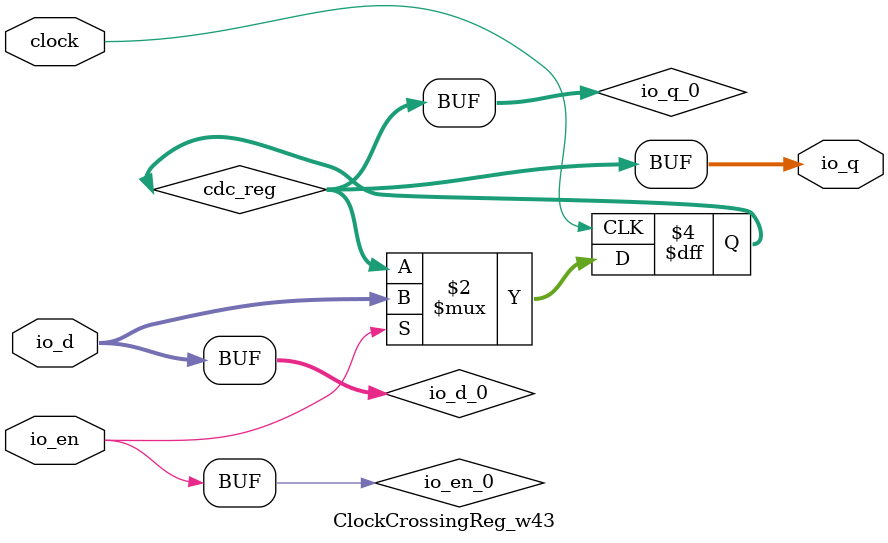
<source format=sv>
`ifndef RANDOMIZE
  `ifdef RANDOMIZE_MEM_INIT
    `define RANDOMIZE
  `endif // RANDOMIZE_MEM_INIT
`endif // not def RANDOMIZE
`ifndef RANDOMIZE
  `ifdef RANDOMIZE_REG_INIT
    `define RANDOMIZE
  `endif // RANDOMIZE_REG_INIT
`endif // not def RANDOMIZE

`ifndef RANDOM
  `define RANDOM $random
`endif // not def RANDOM

// Users can define INIT_RANDOM as general code that gets injected into the
// initializer block for modules with registers.
`ifndef INIT_RANDOM
  `define INIT_RANDOM
`endif // not def INIT_RANDOM

// If using random initialization, you can also define RANDOMIZE_DELAY to
// customize the delay used, otherwise 0.002 is used.
`ifndef RANDOMIZE_DELAY
  `define RANDOMIZE_DELAY 0.002
`endif // not def RANDOMIZE_DELAY

// Define INIT_RANDOM_PROLOG_ for use in our modules below.
`ifndef INIT_RANDOM_PROLOG_
  `ifdef RANDOMIZE
    `ifdef VERILATOR
      `define INIT_RANDOM_PROLOG_ `INIT_RANDOM
    `else  // VERILATOR
      `define INIT_RANDOM_PROLOG_ `INIT_RANDOM #`RANDOMIZE_DELAY begin end
    `endif // VERILATOR
  `else  // RANDOMIZE
    `define INIT_RANDOM_PROLOG_
  `endif // RANDOMIZE
`endif // not def INIT_RANDOM_PROLOG_

// Include register initializers in init blocks unless synthesis is set
`ifndef SYNTHESIS
  `ifndef ENABLE_INITIAL_REG_
    `define ENABLE_INITIAL_REG_
  `endif // not def ENABLE_INITIAL_REG_
`endif // not def SYNTHESIS

// Include rmemory initializers in init blocks unless synthesis is set
`ifndef SYNTHESIS
  `ifndef ENABLE_INITIAL_MEM_
    `define ENABLE_INITIAL_MEM_
  `endif // not def ENABLE_INITIAL_MEM_
`endif // not def SYNTHESIS

// Standard header to adapt well known macros for prints and assertions.

// Users can define 'PRINTF_COND' to add an extra gate to prints.
`ifndef PRINTF_COND_
  `ifdef PRINTF_COND
    `define PRINTF_COND_ (`PRINTF_COND)
  `else  // PRINTF_COND
    `define PRINTF_COND_ 1
  `endif // PRINTF_COND
`endif // not def PRINTF_COND_

// Users can define 'ASSERT_VERBOSE_COND' to add an extra gate to assert error printing.
`ifndef ASSERT_VERBOSE_COND_
  `ifdef ASSERT_VERBOSE_COND
    `define ASSERT_VERBOSE_COND_ (`ASSERT_VERBOSE_COND)
  `else  // ASSERT_VERBOSE_COND
    `define ASSERT_VERBOSE_COND_ 1
  `endif // ASSERT_VERBOSE_COND
`endif // not def ASSERT_VERBOSE_COND_

// Users can define 'STOP_COND' to add an extra gate to stop conditions.
`ifndef STOP_COND_
  `ifdef STOP_COND
    `define STOP_COND_ (`STOP_COND)
  `else  // STOP_COND
    `define STOP_COND_ 1
  `endif // STOP_COND
`endif // not def STOP_COND_

module ClockCrossingReg_w43(
  input         clock,
  input  [42:0] io_d,	// src/main/scala/util/SynchronizerReg.scala:195:14
  output [42:0] io_q,	// src/main/scala/util/SynchronizerReg.scala:195:14
  input         io_en	// src/main/scala/util/SynchronizerReg.scala:195:14
);

  wire [42:0] io_d_0 = io_d;
  wire        io_en_0 = io_en;
  reg  [42:0] cdc_reg;	// src/main/scala/util/SynchronizerReg.scala:201:76
  wire [42:0] io_q_0 = cdc_reg;	// src/main/scala/util/SynchronizerReg.scala:201:76
  always @(posedge clock) begin
    if (io_en_0)
      cdc_reg <= io_d_0;	// src/main/scala/util/SynchronizerReg.scala:201:76
  end // always @(posedge)
  `ifdef ENABLE_INITIAL_REG_
    `ifdef FIRRTL_BEFORE_INITIAL
      `FIRRTL_BEFORE_INITIAL
    `endif // FIRRTL_BEFORE_INITIAL
    initial begin
      automatic logic [31:0] _RANDOM[0:1];
      `ifdef INIT_RANDOM_PROLOG_
        `INIT_RANDOM_PROLOG_
      `endif // INIT_RANDOM_PROLOG_
      `ifdef RANDOMIZE_REG_INIT
        for (logic [1:0] i = 2'h0; i < 2'h2; i += 2'h1) begin
          _RANDOM[i[0]] = `RANDOM;
        end
        cdc_reg = {_RANDOM[1'h0], _RANDOM[1'h1][10:0]};	// src/main/scala/util/SynchronizerReg.scala:201:76
      `endif // RANDOMIZE_REG_INIT
    end // initial
    `ifdef FIRRTL_AFTER_INITIAL
      `FIRRTL_AFTER_INITIAL
    `endif // FIRRTL_AFTER_INITIAL
  `endif // ENABLE_INITIAL_REG_
  assign io_q = io_q_0;
endmodule


</source>
